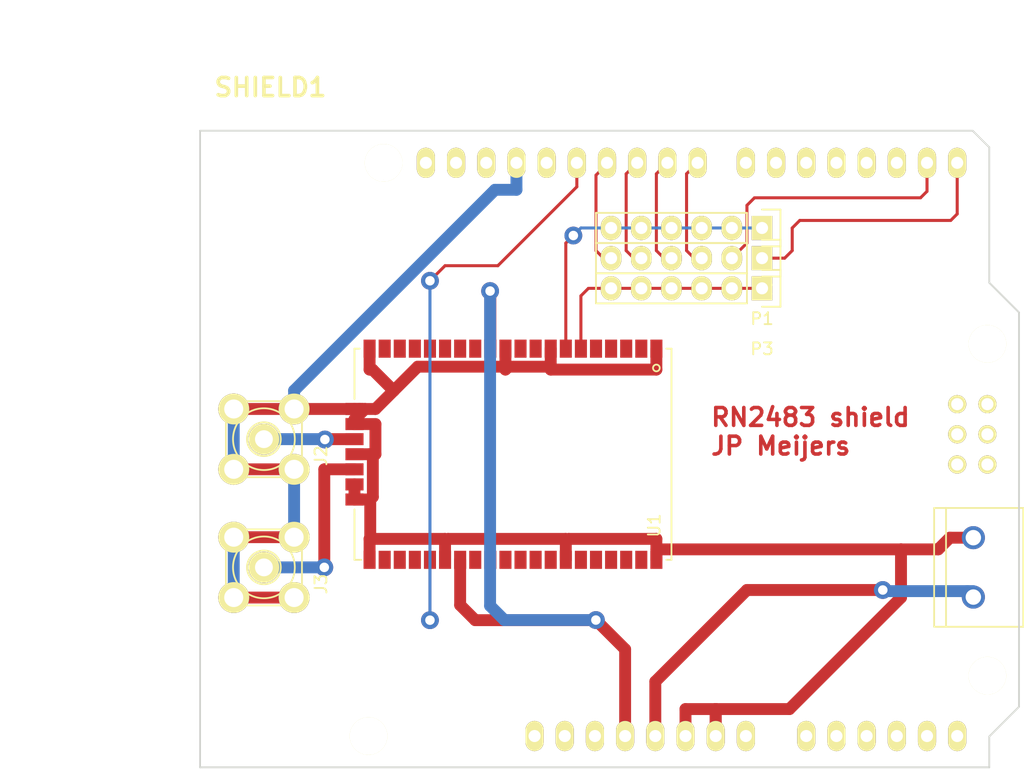
<source format=kicad_pcb>
(kicad_pcb (version 20171130) (host pcbnew "(5.1.12)-1")

  (general
    (thickness 1.6)
    (drawings 13)
    (tracks 180)
    (zones 0)
    (modules 8)
    (nets 15)
  )

  (page A4)
  (layers
    (0 F.Cu signal)
    (31 B.Cu signal)
    (32 B.Adhes user)
    (33 F.Adhes user hide)
    (34 B.Paste user)
    (35 F.Paste user)
    (36 B.SilkS user)
    (37 F.SilkS user)
    (38 B.Mask user)
    (39 F.Mask user)
    (40 Dwgs.User user)
    (41 Cmts.User user)
    (42 Eco1.User user)
    (43 Eco2.User user)
    (44 Edge.Cuts user)
    (45 Margin user)
    (46 B.CrtYd user)
    (47 F.CrtYd user)
    (48 B.Fab user)
    (49 F.Fab user)
  )

  (setup
    (last_trace_width 1)
    (trace_clearance 0.254)
    (zone_clearance 0.508)
    (zone_45_only yes)
    (trace_min 0.2)
    (via_size 1.5)
    (via_drill 0.8)
    (via_min_size 0.4)
    (via_min_drill 0.3)
    (uvia_size 1.2)
    (uvia_drill 0.8)
    (uvias_allowed no)
    (uvia_min_size 0.2)
    (uvia_min_drill 0.1)
    (edge_width 0.15)
    (segment_width 0.2)
    (pcb_text_width 0.3)
    (pcb_text_size 1.5 1.5)
    (mod_edge_width 0.15)
    (mod_text_size 1 1)
    (mod_text_width 0.15)
    (pad_size 1.524 1.524)
    (pad_drill 0.762)
    (pad_to_mask_clearance 0.2)
    (aux_axis_origin 0 0)
    (visible_elements 7FFFFFFF)
    (pcbplotparams
      (layerselection 0x01000_80000001)
      (usegerberextensions true)
      (usegerberattributes true)
      (usegerberadvancedattributes true)
      (creategerberjobfile true)
      (excludeedgelayer true)
      (linewidth 0.100000)
      (plotframeref true)
      (viasonmask true)
      (mode 1)
      (useauxorigin false)
      (hpglpennumber 1)
      (hpglpenspeed 20)
      (hpglpendiameter 15.000000)
      (psnegative false)
      (psa4output false)
      (plotreference true)
      (plotvalue true)
      (plotinvisibletext false)
      (padsonsilk false)
      (subtractmaskfromsilk true)
      (outputformat 1)
      (mirror false)
      (drillshape 0)
      (scaleselection 1)
      (outputdirectory "test gerbers/"))
  )

  (net 0 "")
  (net 1 GND)
  (net 2 BATTERY)
  (net 3 "Net-(J2-Pad1)")
  (net 4 3.3VOLT)
  (net 5 UART_ARDUINO_TO_RADIO)
  (net 6 UART_RADIO_TO_ARDUINO)
  (net 7 /AD_P8)
  (net 8 /AD_P9)
  (net 9 /AD_P10)
  (net 10 /AD_P11)
  (net 11 "Net-(J3-Pad1)")
  (net 12 RN_RESET)
  (net 13 /HW_RX)
  (net 14 /HW_TX)

  (net_class Default "This is the default net class."
    (clearance 0.254)
    (trace_width 1)
    (via_dia 1.5)
    (via_drill 0.8)
    (uvia_dia 1.2)
    (uvia_drill 0.8)
    (add_net /AD_P10)
    (add_net /AD_P11)
    (add_net /AD_P8)
    (add_net /AD_P9)
    (add_net /HW_RX)
    (add_net /HW_TX)
    (add_net 3.3VOLT)
    (add_net BATTERY)
    (add_net GND)
    (add_net "Net-(J2-Pad1)")
    (add_net "Net-(J3-Pad1)")
    (add_net RN_RESET)
    (add_net UART_ARDUINO_TO_RADIO)
    (add_net UART_RADIO_TO_ARDUINO)
  )

  (net_class Thin ""
    (clearance 0.254)
    (trace_width 0.254)
    (via_dia 1.5)
    (via_drill 0.8)
    (uvia_dia 1.2)
    (uvia_drill 0.8)
  )

  (module freetronics_footprints:ARDUINO_SHIELD (layer F.Cu) (tedit 0) (tstamp 5642010B)
    (at 148.501 105.004)
    (descr http://www.thingiverse.com/thing:9630)
    (path /5642002E)
    (fp_text reference SHIELD1 (at 5.715 -57.15) (layer F.SilkS)
      (effects (font (size 1.524 1.524) (thickness 0.3048)))
    )
    (fp_text value ARDUINO_SHIELD (at 10.16 -54.61) (layer F.SilkS) hide
      (effects (font (size 1.524 1.524) (thickness 0.3048)))
    )
    (fp_line (start 66.04 -2.54) (end 66.04 0) (layer Cmts.User) (width 0.381))
    (fp_line (start 68.58 -5.08) (end 66.04 -2.54) (layer Cmts.User) (width 0.381))
    (fp_line (start 68.58 -38.1) (end 68.58 -5.08) (layer Cmts.User) (width 0.381))
    (fp_line (start 66.04 -40.64) (end 68.58 -38.1) (layer Cmts.User) (width 0.381))
    (fp_line (start 0 0) (end 0 -53.34) (layer Cmts.User) (width 0.381))
    (fp_line (start 66.04 0) (end 0 0) (layer Cmts.User) (width 0.381))
    (fp_line (start 64.77 -53.34) (end 0 -53.34) (layer Cmts.User) (width 0.381))
    (fp_line (start 66.04 -52.07) (end 64.77 -53.34) (layer Cmts.User) (width 0.381))
    (fp_line (start 66.04 -40.64) (end 66.04 -52.07) (layer Cmts.User) (width 0.381))
    (pad AD5 thru_hole oval (at 63.5 -2.54 90) (size 2.54 1.524) (drill 1.016) (layers *.Cu *.Mask F.SilkS))
    (pad AD4 thru_hole oval (at 60.96 -2.54 90) (size 2.54 1.524) (drill 1.016) (layers *.Cu *.Mask F.SilkS))
    (pad AD3 thru_hole oval (at 58.42 -2.54 90) (size 2.54 1.524) (drill 1.016) (layers *.Cu *.Mask F.SilkS))
    (pad AD0 thru_hole oval (at 50.8 -2.54 90) (size 2.54 1.524) (drill 1.016) (layers *.Cu *.Mask F.SilkS))
    (pad AD1 thru_hole oval (at 53.34 -2.54 90) (size 2.54 1.524) (drill 1.016) (layers *.Cu *.Mask F.SilkS))
    (pad AD2 thru_hole oval (at 55.88 -2.54 90) (size 2.54 1.524) (drill 1.016) (layers *.Cu *.Mask F.SilkS))
    (pad V_IN thru_hole oval (at 45.72 -2.54 90) (size 2.54 1.524) (drill 1.016) (layers *.Cu *.Mask F.SilkS))
    (pad GND2 thru_hole oval (at 43.18 -2.54 90) (size 2.54 1.524) (drill 1.016) (layers *.Cu *.Mask F.SilkS)
      (net 1 GND))
    (pad GND1 thru_hole oval (at 40.64 -2.54 90) (size 2.54 1.524) (drill 1.016) (layers *.Cu *.Mask F.SilkS)
      (net 1 GND))
    (pad 3V3 thru_hole oval (at 35.56 -2.54 90) (size 2.54 1.524) (drill 1.016) (layers *.Cu *.Mask F.SilkS)
      (net 4 3.3VOLT))
    (pad RST thru_hole oval (at 33.02 -2.54 90) (size 2.54 1.524) (drill 1.016) (layers *.Cu *.Mask F.SilkS))
    (pad 0 thru_hole oval (at 63.5 -50.8 90) (size 2.54 1.524) (drill 1.016) (layers *.Cu *.Mask F.SilkS)
      (net 13 /HW_RX))
    (pad 1 thru_hole oval (at 60.96 -50.8 90) (size 2.54 1.524) (drill 1.016) (layers *.Cu *.Mask F.SilkS)
      (net 14 /HW_TX))
    (pad 2 thru_hole oval (at 58.42 -50.8 90) (size 2.54 1.524) (drill 1.016) (layers *.Cu *.Mask F.SilkS))
    (pad 3 thru_hole oval (at 55.88 -50.8 90) (size 2.54 1.524) (drill 1.016) (layers *.Cu *.Mask F.SilkS))
    (pad 4 thru_hole oval (at 53.34 -50.8 90) (size 2.54 1.524) (drill 1.016) (layers *.Cu *.Mask F.SilkS))
    (pad 5 thru_hole oval (at 50.8 -50.8 90) (size 2.54 1.524) (drill 1.016) (layers *.Cu *.Mask F.SilkS))
    (pad 6 thru_hole oval (at 48.26 -50.8 90) (size 2.54 1.524) (drill 1.016) (layers *.Cu *.Mask F.SilkS))
    (pad 7 thru_hole oval (at 45.72 -50.8 90) (size 2.54 1.524) (drill 1.016) (layers *.Cu *.Mask F.SilkS))
    (pad 8 thru_hole oval (at 41.656 -50.8 90) (size 2.54 1.524) (drill 1.016) (layers *.Cu *.Mask F.SilkS)
      (net 7 /AD_P8))
    (pad 9 thru_hole oval (at 39.116 -50.8 90) (size 2.54 1.524) (drill 1.016) (layers *.Cu *.Mask F.SilkS)
      (net 8 /AD_P9))
    (pad 10 thru_hole oval (at 36.576 -50.8 90) (size 2.54 1.524) (drill 1.016) (layers *.Cu *.Mask F.SilkS)
      (net 9 /AD_P10))
    (pad 11 thru_hole oval (at 34.036 -50.8 90) (size 2.54 1.524) (drill 1.016) (layers *.Cu *.Mask F.SilkS)
      (net 10 /AD_P11))
    (pad 12 thru_hole oval (at 31.496 -50.8 90) (size 2.54 1.524) (drill 1.016) (layers *.Cu *.Mask F.SilkS)
      (net 12 RN_RESET))
    (pad 13 thru_hole oval (at 28.956 -50.8 90) (size 2.54 1.524) (drill 1.016) (layers *.Cu *.Mask F.SilkS))
    (pad GND3 thru_hole oval (at 26.416 -50.8 90) (size 2.54 1.524) (drill 1.016) (layers *.Cu *.Mask F.SilkS)
      (net 1 GND))
    (pad AREF thru_hole oval (at 23.876 -50.8 90) (size 2.54 1.524) (drill 1.016) (layers *.Cu *.Mask F.SilkS))
    (pad 5V thru_hole oval (at 38.1 -2.54 90) (size 2.54 1.524) (drill 1.016) (layers *.Cu *.Mask F.SilkS)
      (net 2 BATTERY))
    (pad "" np_thru_hole circle (at 66.04 -7.62 90) (size 3.175 3.175) (drill 3.175) (layers *.Cu *.Mask F.SilkS))
    (pad "" np_thru_hole circle (at 66.04 -35.56 90) (size 3.175 3.175) (drill 3.175) (layers *.Cu *.Mask F.SilkS))
    (pad "" np_thru_hole circle (at 15.24 -50.8 90) (size 3.175 3.175) (drill 3.175) (layers *.Cu *.Mask F.SilkS))
    (pad "" np_thru_hole circle (at 13.97 -2.54 90) (size 3.175 3.175) (drill 3.175) (layers *.Cu *.Mask F.SilkS))
    (pad SDA thru_hole oval (at 21.336 -50.8 90) (size 2.54 1.524) (drill 1.016) (layers *.Cu *.Mask F.SilkS))
    (pad SCL thru_hole oval (at 18.796 -50.8 90) (size 2.54 1.524) (drill 1.016) (layers *.Cu *.Mask F.SilkS))
    (pad IO_R thru_hole oval (at 30.48 -2.54 90) (size 2.54 1.524) (drill 1.016) (layers *.Cu *.Mask F.SilkS))
    (pad NC thru_hole oval (at 27.94 -2.54 90) (size 2.54 1.524) (drill 1.016) (layers *.Cu *.Mask F.SilkS))
    (pad SP1 thru_hole circle (at 63.5 -30.48 90) (size 1.524 1.524) (drill 1.016) (layers *.Cu *.Mask F.SilkS))
    (pad SP2 thru_hole circle (at 66.04 -30.48 90) (size 1.524 1.524) (drill 1.016) (layers *.Cu *.Mask F.SilkS))
    (pad SP3 thru_hole circle (at 63.5 -27.94 90) (size 1.524 1.524) (drill 1.016) (layers *.Cu *.Mask F.SilkS))
    (pad SP4 thru_hole circle (at 66.04 -27.94 90) (size 1.524 1.524) (drill 1.016) (layers *.Cu *.Mask F.SilkS))
    (pad SP5 thru_hole circle (at 63.5 -25.4 90) (size 1.524 1.524) (drill 1.016) (layers *.Cu *.Mask F.SilkS))
    (pad SP6 thru_hole circle (at 66.04 -25.4 90) (size 1.524 1.524) (drill 1.016) (layers *.Cu *.Mask F.SilkS))
  )

  (module Socket_Strips:Socket_Strip_Straight_1x06 (layer F.Cu) (tedit 0) (tstamp 56BB0D41)
    (at 195.58 62.23 180)
    (descr "Through hole socket strip")
    (tags "socket strip")
    (path /56BB3A79)
    (fp_text reference P1 (at 0 -5.1 180) (layer F.SilkS)
      (effects (font (size 1 1) (thickness 0.15)))
    )
    (fp_text value CONN_01X06 (at 0 -3.1 180) (layer F.Fab)
      (effects (font (size 1 1) (thickness 0.15)))
    )
    (fp_line (start -1.55 -1.55) (end -1.55 1.55) (layer F.SilkS) (width 0.15))
    (fp_line (start 0 -1.55) (end -1.55 -1.55) (layer F.SilkS) (width 0.15))
    (fp_line (start 1.27 1.27) (end 1.27 -1.27) (layer F.SilkS) (width 0.15))
    (fp_line (start -1.55 1.55) (end 0 1.55) (layer F.SilkS) (width 0.15))
    (fp_line (start 13.97 -1.27) (end 1.27 -1.27) (layer F.SilkS) (width 0.15))
    (fp_line (start 13.97 1.27) (end 13.97 -1.27) (layer F.SilkS) (width 0.15))
    (fp_line (start 1.27 1.27) (end 13.97 1.27) (layer F.SilkS) (width 0.15))
    (fp_line (start -1.75 1.75) (end 14.45 1.75) (layer F.CrtYd) (width 0.05))
    (fp_line (start -1.75 -1.75) (end 14.45 -1.75) (layer F.CrtYd) (width 0.05))
    (fp_line (start 14.45 -1.75) (end 14.45 1.75) (layer F.CrtYd) (width 0.05))
    (fp_line (start -1.75 -1.75) (end -1.75 1.75) (layer F.CrtYd) (width 0.05))
    (pad 1 thru_hole rect (at 0 0 180) (size 1.7272 2.032) (drill 1.016) (layers *.Cu *.Mask F.SilkS)
      (net 13 /HW_RX))
    (pad 2 thru_hole oval (at 2.54 0 180) (size 1.7272 2.032) (drill 1.016) (layers *.Cu *.Mask F.SilkS)
      (net 14 /HW_TX))
    (pad 3 thru_hole oval (at 5.08 0 180) (size 1.7272 2.032) (drill 1.016) (layers *.Cu *.Mask F.SilkS)
      (net 7 /AD_P8))
    (pad 4 thru_hole oval (at 7.62 0 180) (size 1.7272 2.032) (drill 1.016) (layers *.Cu *.Mask F.SilkS)
      (net 8 /AD_P9))
    (pad 5 thru_hole oval (at 10.16 0 180) (size 1.7272 2.032) (drill 1.016) (layers *.Cu *.Mask F.SilkS)
      (net 9 /AD_P10))
    (pad 6 thru_hole oval (at 12.7 0 180) (size 1.7272 2.032) (drill 1.016) (layers *.Cu *.Mask F.SilkS)
      (net 10 /AD_P11))
    (model Socket_Strips.3dshapes/Socket_Strip_Straight_1x06.wrl
      (offset (xyz 6.349999904632568 0 0))
      (scale (xyz 1 1 1))
      (rotate (xyz 0 0 180))
    )
  )

  (module Socket_Strips:Socket_Strip_Straight_1x06 (layer F.Cu) (tedit 0) (tstamp 56BB0D4B)
    (at 195.58 59.69 180)
    (descr "Through hole socket strip")
    (tags "socket strip")
    (path /56BB3ABD)
    (fp_text reference P2 (at 0 -5.1 180) (layer F.SilkS)
      (effects (font (size 1 1) (thickness 0.15)))
    )
    (fp_text value CONN_01X06 (at 0 -3.1 180) (layer F.Fab)
      (effects (font (size 1 1) (thickness 0.15)))
    )
    (fp_line (start -1.55 -1.55) (end -1.55 1.55) (layer F.SilkS) (width 0.15))
    (fp_line (start 0 -1.55) (end -1.55 -1.55) (layer F.SilkS) (width 0.15))
    (fp_line (start 1.27 1.27) (end 1.27 -1.27) (layer F.SilkS) (width 0.15))
    (fp_line (start -1.55 1.55) (end 0 1.55) (layer F.SilkS) (width 0.15))
    (fp_line (start 13.97 -1.27) (end 1.27 -1.27) (layer F.SilkS) (width 0.15))
    (fp_line (start 13.97 1.27) (end 13.97 -1.27) (layer F.SilkS) (width 0.15))
    (fp_line (start 1.27 1.27) (end 13.97 1.27) (layer F.SilkS) (width 0.15))
    (fp_line (start -1.75 1.75) (end 14.45 1.75) (layer F.CrtYd) (width 0.05))
    (fp_line (start -1.75 -1.75) (end 14.45 -1.75) (layer F.CrtYd) (width 0.05))
    (fp_line (start 14.45 -1.75) (end 14.45 1.75) (layer F.CrtYd) (width 0.05))
    (fp_line (start -1.75 -1.75) (end -1.75 1.75) (layer F.CrtYd) (width 0.05))
    (pad 1 thru_hole rect (at 0 0 180) (size 1.7272 2.032) (drill 1.016) (layers *.Cu *.Mask F.SilkS)
      (net 5 UART_ARDUINO_TO_RADIO))
    (pad 2 thru_hole oval (at 2.54 0 180) (size 1.7272 2.032) (drill 1.016) (layers *.Cu *.Mask F.SilkS)
      (net 5 UART_ARDUINO_TO_RADIO))
    (pad 3 thru_hole oval (at 5.08 0 180) (size 1.7272 2.032) (drill 1.016) (layers *.Cu *.Mask F.SilkS)
      (net 5 UART_ARDUINO_TO_RADIO))
    (pad 4 thru_hole oval (at 7.62 0 180) (size 1.7272 2.032) (drill 1.016) (layers *.Cu *.Mask F.SilkS)
      (net 5 UART_ARDUINO_TO_RADIO))
    (pad 5 thru_hole oval (at 10.16 0 180) (size 1.7272 2.032) (drill 1.016) (layers *.Cu *.Mask F.SilkS)
      (net 5 UART_ARDUINO_TO_RADIO))
    (pad 6 thru_hole oval (at 12.7 0 180) (size 1.7272 2.032) (drill 1.016) (layers *.Cu *.Mask F.SilkS)
      (net 5 UART_ARDUINO_TO_RADIO))
    (model Socket_Strips.3dshapes/Socket_Strip_Straight_1x06.wrl
      (offset (xyz 6.349999904632568 0 0))
      (scale (xyz 1 1 1))
      (rotate (xyz 0 0 180))
    )
  )

  (module Socket_Strips:Socket_Strip_Straight_1x06 (layer F.Cu) (tedit 0) (tstamp 56BB0D55)
    (at 195.58 64.77 180)
    (descr "Through hole socket strip")
    (tags "socket strip")
    (path /56BB3AFB)
    (fp_text reference P3 (at 0 -5.1 180) (layer F.SilkS)
      (effects (font (size 1 1) (thickness 0.15)))
    )
    (fp_text value CONN_01X06 (at 0 -3.1 180) (layer F.Fab)
      (effects (font (size 1 1) (thickness 0.15)))
    )
    (fp_line (start -1.55 -1.55) (end -1.55 1.55) (layer F.SilkS) (width 0.15))
    (fp_line (start 0 -1.55) (end -1.55 -1.55) (layer F.SilkS) (width 0.15))
    (fp_line (start 1.27 1.27) (end 1.27 -1.27) (layer F.SilkS) (width 0.15))
    (fp_line (start -1.55 1.55) (end 0 1.55) (layer F.SilkS) (width 0.15))
    (fp_line (start 13.97 -1.27) (end 1.27 -1.27) (layer F.SilkS) (width 0.15))
    (fp_line (start 13.97 1.27) (end 13.97 -1.27) (layer F.SilkS) (width 0.15))
    (fp_line (start 1.27 1.27) (end 13.97 1.27) (layer F.SilkS) (width 0.15))
    (fp_line (start -1.75 1.75) (end 14.45 1.75) (layer F.CrtYd) (width 0.05))
    (fp_line (start -1.75 -1.75) (end 14.45 -1.75) (layer F.CrtYd) (width 0.05))
    (fp_line (start 14.45 -1.75) (end 14.45 1.75) (layer F.CrtYd) (width 0.05))
    (fp_line (start -1.75 -1.75) (end -1.75 1.75) (layer F.CrtYd) (width 0.05))
    (pad 1 thru_hole rect (at 0 0 180) (size 1.7272 2.032) (drill 1.016) (layers *.Cu *.Mask F.SilkS)
      (net 6 UART_RADIO_TO_ARDUINO))
    (pad 2 thru_hole oval (at 2.54 0 180) (size 1.7272 2.032) (drill 1.016) (layers *.Cu *.Mask F.SilkS)
      (net 6 UART_RADIO_TO_ARDUINO))
    (pad 3 thru_hole oval (at 5.08 0 180) (size 1.7272 2.032) (drill 1.016) (layers *.Cu *.Mask F.SilkS)
      (net 6 UART_RADIO_TO_ARDUINO))
    (pad 4 thru_hole oval (at 7.62 0 180) (size 1.7272 2.032) (drill 1.016) (layers *.Cu *.Mask F.SilkS)
      (net 6 UART_RADIO_TO_ARDUINO))
    (pad 5 thru_hole oval (at 10.16 0 180) (size 1.7272 2.032) (drill 1.016) (layers *.Cu *.Mask F.SilkS)
      (net 6 UART_RADIO_TO_ARDUINO))
    (pad 6 thru_hole oval (at 12.7 0 180) (size 1.7272 2.032) (drill 1.016) (layers *.Cu *.Mask F.SilkS)
      (net 6 UART_RADIO_TO_ARDUINO))
    (model Socket_Strips.3dshapes/Socket_Strip_Straight_1x06.wrl
      (offset (xyz 6.349999904632568 0 0))
      (scale (xyz 1 1 1))
      (rotate (xyz 0 0 180))
    )
  )

  (module freetronics_footprints:SCREWTERMINAL-5MM-2 (layer F.Cu) (tedit 54779580) (tstamp 56BB4246)
    (at 213.36 88.265 270)
    (path /56423C4B)
    (fp_text reference J1 (at 0 -2.4 270) (layer Eco1.User)
      (effects (font (size 0.4064 0.4064) (thickness 0.03048)))
    )
    (fp_text value SCREW_TERMINAL (at 0 -1.8 270) (layer Eco1.User) hide
      (effects (font (size 0.4064 0.4064) (thickness 0.03048)))
    )
    (fp_line (start 4.5 -4) (end 4.9 -4) (layer Cmts.User) (width 0.2032))
    (fp_line (start 4.5 -4) (end 4.5 -3) (layer Cmts.User) (width 0.2032))
    (fp_line (start 4.9 -3) (end 4.5 -3) (layer Cmts.User) (width 0.2032))
    (fp_line (start -5 2.2987) (end -5 -4.19862) (layer F.SilkS) (width 0.15))
    (fp_line (start 5 -4.19862) (end 5 2.2987) (layer F.SilkS) (width 0.15))
    (fp_line (start -5 -4.2) (end 5 -4.2) (layer F.SilkS) (width 0.15))
    (fp_line (start -5 2.3) (end 5 2.3) (layer F.SilkS) (width 0.15))
    (fp_line (start 5 3.3) (end 5 2.3) (layer F.SilkS) (width 0.15))
    (fp_line (start -5 3.3) (end 5 3.3) (layer F.SilkS) (width 0.15))
    (fp_line (start -5 2.3) (end -5 3.3) (layer F.SilkS) (width 0.15))
    (fp_line (start -4.6 0.8) (end -4.6 3.5) (layer Cmts.User) (width 0.15))
    (fp_line (start -0.4 0.8) (end -0.4 3.5) (layer Cmts.User) (width 0.15))
    (fp_line (start 0.4 0.8) (end 0.4 3.5) (layer Cmts.User) (width 0.15))
    (fp_line (start 4.6 0.8) (end 4.6 3.5) (layer Cmts.User) (width 0.15))
    (fp_line (start -5 -3.8) (end -5.3 -3.8) (layer Cmts.User) (width 0.15))
    (fp_line (start -5.3 -3.2) (end -5 -3.2) (layer Cmts.User) (width 0.15))
    (fp_line (start -5.3 -3.8) (end -5.3 -3.2) (layer Cmts.User) (width 0.15))
    (pad 1 thru_hole oval (at -2.5 0 270) (size 1.94564 1.94564) (drill 1.29794) (layers *.Cu *.Mask)
      (net 1 GND))
    (pad 2 thru_hole oval (at 2.5 0 270) (size 1.94564 1.94564) (drill 1.29794) (layers *.Cu *.Mask)
      (net 2 BATTERY))
  )

  (module MyFootprints:SMA_BOARD_UPRIGHT (layer F.Cu) (tedit 5643618C) (tstamp 56BB4427)
    (at 153.67 77.47 90)
    (path /56430378)
    (fp_text reference J2 (at -1.4 4.8 90) (layer F.SilkS)
      (effects (font (size 1 1) (thickness 0.15)))
    )
    (fp_text value SMA (at 4.3 -4.8 90) (layer F.Fab) hide
      (effects (font (size 1 1) (thickness 0.15)))
    )
    (fp_line (start -3.2 -3.2) (end 3.2 -3.2) (layer F.SilkS) (width 0.15))
    (fp_line (start 3.2 -3.2) (end 3.2 3.2) (layer F.SilkS) (width 0.15))
    (fp_line (start 3.2 3.2) (end -3.2 3.2) (layer F.SilkS) (width 0.15))
    (fp_line (start -3.2 -3.2) (end -3.2 3.2) (layer F.SilkS) (width 0.15))
    (fp_line (start 3.2 -2.2) (end 2.2 -2.2) (layer F.SilkS) (width 0.15))
    (fp_line (start 2.2 -2.2) (end 2.2 -3.2) (layer F.SilkS) (width 0.15))
    (fp_line (start -3.2 -2.2) (end -2.2 -2.2) (layer F.SilkS) (width 0.15))
    (fp_line (start -2.2 -2.2) (end -2.2 -3.2) (layer F.SilkS) (width 0.15))
    (fp_line (start -3.2 2.2) (end -2.2 2.2) (layer F.SilkS) (width 0.15))
    (fp_line (start -2.2 2.2) (end -2.2 3.2) (layer F.SilkS) (width 0.15))
    (fp_line (start 3.2 2.2) (end 2.2 2.2) (layer F.SilkS) (width 0.15))
    (fp_line (start 2.2 2.2) (end 2.2 3.2) (layer F.SilkS) (width 0.15))
    (fp_circle (center 0 0) (end 1 2.4) (layer F.SilkS) (width 0.15))
    (fp_circle (center 0 0) (end 0.9 1.1) (layer F.SilkS) (width 0.15))
    (pad 3 thru_hole circle (at 2.54 2.54 90) (size 2.6 2.6) (drill 1.6) (layers *.Cu *.Mask F.SilkS)
      (net 1 GND))
    (pad 4 thru_hole circle (at 2.54 -2.54 90) (size 2.6 2.6) (drill 1.6) (layers *.Cu *.Mask F.SilkS)
      (net 1 GND))
    (pad 5 thru_hole circle (at -2.54 -2.54 90) (size 2.6 2.6) (drill 1.6) (layers *.Cu *.Mask F.SilkS)
      (net 1 GND))
    (pad 2 thru_hole circle (at -2.54 2.54 90) (size 2.6 2.6) (drill 1.6) (layers *.Cu *.Mask F.SilkS)
      (net 1 GND))
    (pad 1 thru_hole circle (at 0 0 90) (size 2.6 2.6) (drill 1.5) (layers *.Cu *.Mask F.SilkS)
      (net 3 "Net-(J2-Pad1)"))
  )

  (module MyFootprints:SMA_BOARD_UPRIGHT (layer F.Cu) (tedit 5643618C) (tstamp 56BB442F)
    (at 153.67 88.265 90)
    (path /569F8A06)
    (fp_text reference J3 (at -1.4 4.8 90) (layer F.SilkS)
      (effects (font (size 1 1) (thickness 0.15)))
    )
    (fp_text value SMA (at 4.3 -4.8 90) (layer F.Fab) hide
      (effects (font (size 1 1) (thickness 0.15)))
    )
    (fp_line (start -3.2 -3.2) (end 3.2 -3.2) (layer F.SilkS) (width 0.15))
    (fp_line (start 3.2 -3.2) (end 3.2 3.2) (layer F.SilkS) (width 0.15))
    (fp_line (start 3.2 3.2) (end -3.2 3.2) (layer F.SilkS) (width 0.15))
    (fp_line (start -3.2 -3.2) (end -3.2 3.2) (layer F.SilkS) (width 0.15))
    (fp_line (start 3.2 -2.2) (end 2.2 -2.2) (layer F.SilkS) (width 0.15))
    (fp_line (start 2.2 -2.2) (end 2.2 -3.2) (layer F.SilkS) (width 0.15))
    (fp_line (start -3.2 -2.2) (end -2.2 -2.2) (layer F.SilkS) (width 0.15))
    (fp_line (start -2.2 -2.2) (end -2.2 -3.2) (layer F.SilkS) (width 0.15))
    (fp_line (start -3.2 2.2) (end -2.2 2.2) (layer F.SilkS) (width 0.15))
    (fp_line (start -2.2 2.2) (end -2.2 3.2) (layer F.SilkS) (width 0.15))
    (fp_line (start 3.2 2.2) (end 2.2 2.2) (layer F.SilkS) (width 0.15))
    (fp_line (start 2.2 2.2) (end 2.2 3.2) (layer F.SilkS) (width 0.15))
    (fp_circle (center 0 0) (end 1 2.4) (layer F.SilkS) (width 0.15))
    (fp_circle (center 0 0) (end 0.9 1.1) (layer F.SilkS) (width 0.15))
    (pad 3 thru_hole circle (at 2.54 2.54 90) (size 2.6 2.6) (drill 1.6) (layers *.Cu *.Mask F.SilkS)
      (net 1 GND))
    (pad 4 thru_hole circle (at 2.54 -2.54 90) (size 2.6 2.6) (drill 1.6) (layers *.Cu *.Mask F.SilkS)
      (net 1 GND))
    (pad 5 thru_hole circle (at -2.54 -2.54 90) (size 2.6 2.6) (drill 1.6) (layers *.Cu *.Mask F.SilkS)
      (net 1 GND))
    (pad 2 thru_hole circle (at -2.54 2.54 90) (size 2.6 2.6) (drill 1.6) (layers *.Cu *.Mask F.SilkS)
      (net 1 GND))
    (pad 1 thru_hole circle (at 0 0 90) (size 2.6 2.6) (drill 1.5) (layers *.Cu *.Mask F.SilkS)
      (net 11 "Net-(J3-Pad1)"))
  )

  (module MyFootprints:RN2483 (layer F.Cu) (tedit 5643193A) (tstamp 56BB4437)
    (at 187.96 87.63 90)
    (path /56BB3343)
    (fp_text reference U1 (at 2.8956 -1.4478 90) (layer F.SilkS)
      (effects (font (size 1 1) (thickness 0.15)))
    )
    (fp_text value RN2483 (at 4.7752 -24.2062 90) (layer F.Fab) hide
      (effects (font (size 1 1) (thickness 0.15)))
    )
    (fp_line (start 0 0) (end 17.78 0) (layer F.SilkS) (width 0.15))
    (fp_line (start 0 -26.67) (end 3.81 -26.67) (layer F.SilkS) (width 0.15))
    (fp_line (start 13.97 -26.67) (end 17.78 -26.67) (layer F.SilkS) (width 0.15))
    (fp_line (start 3.81 -26.67) (end 4.2418 -26.67) (layer F.SilkS) (width 0.15))
    (fp_line (start 0 -26.67) (end 0 -26.1112) (layer F.SilkS) (width 0.15))
    (fp_line (start 13.97 -26.67) (end 13.5382 -26.67) (layer F.SilkS) (width 0.15))
    (fp_line (start 17.78 -26.67) (end 17.78 -26.2382) (layer F.SilkS) (width 0.15))
    (fp_line (start 17.78 0) (end 17.78 -0.4318) (layer F.SilkS) (width 0.15))
    (fp_line (start 0 0) (end 0 -0.4318) (layer F.SilkS) (width 0.15))
    (fp_circle (center 16.1544 -1.27) (end 16.2814 -1.016) (layer F.SilkS) (width 0.15))
    (pad 47 smd rect (at 0 -1.27 90) (size 1.524 1.016) (layers F.Cu F.Paste F.Mask)
      (net 1 GND))
    (pad 46 smd rect (at 0 -2.54 90) (size 1.524 1.016) (layers F.Cu F.Paste F.Mask))
    (pad 45 smd rect (at 0 -3.81 90) (size 1.524 1.016) (layers F.Cu F.Paste F.Mask))
    (pad 44 smd rect (at 0 -5.08 90) (size 1.524 1.016) (layers F.Cu F.Paste F.Mask))
    (pad 43 smd rect (at 0 -6.35 90) (size 1.524 1.016) (layers F.Cu F.Paste F.Mask))
    (pad 42 smd rect (at 0 -7.62 90) (size 1.524 1.016) (layers F.Cu F.Paste F.Mask))
    (pad 41 smd rect (at 0 -8.89 90) (size 1.524 1.016) (layers F.Cu F.Paste F.Mask)
      (net 1 GND))
    (pad 40 smd rect (at 0 -10.16 90) (size 1.524 1.016) (layers F.Cu F.Paste F.Mask))
    (pad 39 smd rect (at 0 -11.43 90) (size 1.524 1.016) (layers F.Cu F.Paste F.Mask))
    (pad 38 smd rect (at 0 -12.7 90) (size 1.524 1.016) (layers F.Cu F.Paste F.Mask))
    (pad 37 smd rect (at 0 -13.97 90) (size 1.524 1.016) (layers F.Cu F.Paste F.Mask))
    (pad 36 smd rect (at 0 -15.24 90) (size 1.524 1.016) (layers F.Cu F.Paste F.Mask))
    (pad 35 smd rect (at 0 -16.51 90) (size 1.524 1.016) (layers F.Cu F.Paste F.Mask))
    (pad 34 smd rect (at 0 -17.78 90) (size 1.524 1.016) (layers F.Cu F.Paste F.Mask)
      (net 4 3.3VOLT))
    (pad 33 smd rect (at 0 -19.05 90) (size 1.524 1.016) (layers F.Cu F.Paste F.Mask)
      (net 1 GND))
    (pad 32 smd rect (at 0 -20.32 90) (size 1.524 1.016) (layers F.Cu F.Paste F.Mask)
      (net 12 RN_RESET))
    (pad 31 smd rect (at 0 -21.59 90) (size 1.524 1.016) (layers F.Cu F.Paste F.Mask))
    (pad 30 smd rect (at 0 -22.86 90) (size 1.524 1.016) (layers F.Cu F.Paste F.Mask))
    (pad 29 smd rect (at 0 -24.13 90) (size 1.524 1.016) (layers F.Cu F.Paste F.Mask))
    (pad 28 smd rect (at 0 -25.4 90) (size 1.524 1.016) (layers F.Cu F.Paste F.Mask)
      (net 1 GND))
    (pad 20 smd rect (at 17.78 -25.4 90) (size 1.524 1.016) (layers F.Cu F.Paste F.Mask)
      (net 1 GND))
    (pad 27 smd rect (at 5.08 -26.67 90) (size 1.016 1.524) (layers F.Cu F.Paste F.Mask)
      (net 1 GND))
    (pad 26 smd rect (at 6.35 -26.67 90) (size 1.016 1.524) (layers F.Cu F.Paste F.Mask)
      (net 1 GND))
    (pad 25 smd rect (at 7.62 -26.67 90) (size 1.016 1.524) (layers F.Cu F.Paste F.Mask)
      (net 11 "Net-(J3-Pad1)"))
    (pad 24 smd rect (at 8.89 -26.67 90) (size 1.016 1.524) (layers F.Cu F.Paste F.Mask)
      (net 1 GND))
    (pad 23 smd rect (at 10.16 -26.67 90) (size 1.016 1.524) (layers F.Cu F.Paste F.Mask)
      (net 3 "Net-(J2-Pad1)"))
    (pad 22 smd rect (at 11.43 -26.67 90) (size 1.016 1.524) (layers F.Cu F.Paste F.Mask)
      (net 1 GND))
    (pad 21 smd rect (at 12.7 -26.67 90) (size 1.016 1.524) (layers F.Cu F.Paste F.Mask)
      (net 1 GND))
    (pad 19 smd rect (at 17.78 -24.13 90) (size 1.524 1.016) (layers F.Cu F.Paste F.Mask))
    (pad 18 smd rect (at 17.78 -22.86 90) (size 1.524 1.016) (layers F.Cu F.Paste F.Mask))
    (pad 17 smd rect (at 17.78 -21.59 90) (size 1.524 1.016) (layers F.Cu F.Paste F.Mask))
    (pad 16 smd rect (at 17.78 -20.32 90) (size 1.524 1.016) (layers F.Cu F.Paste F.Mask))
    (pad 15 smd rect (at 17.78 -19.05 90) (size 1.524 1.016) (layers F.Cu F.Paste F.Mask))
    (pad 14 smd rect (at 17.78 -17.78 90) (size 1.524 1.016) (layers F.Cu F.Paste F.Mask))
    (pad 13 smd rect (at 17.78 -16.51 90) (size 1.524 1.016) (layers F.Cu F.Paste F.Mask))
    (pad 12 smd rect (at 17.78 -15.24 90) (size 1.524 1.016) (layers F.Cu F.Paste F.Mask)
      (net 4 3.3VOLT))
    (pad 11 smd rect (at 17.78 -13.97 90) (size 1.524 1.016) (layers F.Cu F.Paste F.Mask)
      (net 1 GND))
    (pad 10 smd rect (at 17.78 -12.7 90) (size 1.524 1.016) (layers F.Cu F.Paste F.Mask))
    (pad 9 smd rect (at 17.78 -11.43 90) (size 1.524 1.016) (layers F.Cu F.Paste F.Mask))
    (pad 8 smd rect (at 17.78 -10.16 90) (size 1.524 1.016) (layers F.Cu F.Paste F.Mask)
      (net 1 GND))
    (pad 7 smd rect (at 17.78 -8.89 90) (size 1.524 1.016) (layers F.Cu F.Paste F.Mask)
      (net 5 UART_ARDUINO_TO_RADIO))
    (pad 6 smd rect (at 17.78 -7.62 90) (size 1.524 1.016) (layers F.Cu F.Paste F.Mask)
      (net 6 UART_RADIO_TO_ARDUINO))
    (pad 5 smd rect (at 17.78 -6.35 90) (size 1.524 1.016) (layers F.Cu F.Paste F.Mask))
    (pad 4 smd rect (at 17.78 -5.08 90) (size 1.524 1.016) (layers F.Cu F.Paste F.Mask))
    (pad 3 smd rect (at 17.78 -3.81 90) (size 1.524 1.016) (layers F.Cu F.Paste F.Mask))
    (pad 2 smd rect (at 17.78 -2.54 90) (size 1.524 1.016) (layers F.Cu F.Paste F.Mask))
    (pad 1 smd rect (at 17.78 -1.27 90) (size 1.524 1.016) (layers F.Cu F.Paste F.Mask)
      (net 1 GND))
  )

  (gr_text "RN2483 shield\nJP Meijers" (at 191.135 76.835) (layer F.Cu)
    (effects (font (size 1.5 1.5) (thickness 0.3)) (justify left))
  )
  (dimension 53.6 (width 0.3) (layer Margin)
    (gr_text "53,600 mm" (at 137.750001 78.3 270) (layer Margin)
      (effects (font (size 1.5 1.5) (thickness 0.3)))
    )
    (feature1 (pts (xy 148.3 105.1) (xy 136.400001 105.1)))
    (feature2 (pts (xy 148.3 51.5) (xy 136.400001 51.5)))
    (crossbar (pts (xy 139.100001 51.5) (xy 139.100001 105.1)))
    (arrow1a (pts (xy 139.100001 105.1) (xy 138.51358 103.973496)))
    (arrow1b (pts (xy 139.100001 105.1) (xy 139.686422 103.973496)))
    (arrow2a (pts (xy 139.100001 51.5) (xy 138.51358 52.626504)))
    (arrow2b (pts (xy 139.100001 51.5) (xy 139.686422 52.626504)))
  )
  (dimension 68.9 (width 0.3) (layer Margin)
    (gr_text "68,900 mm" (at 182.75 42.35) (layer Margin)
      (effects (font (size 1.5 1.5) (thickness 0.3)))
    )
    (feature1 (pts (xy 148.3 67.3) (xy 148.3 41)))
    (feature2 (pts (xy 217.2 67.3) (xy 217.2 41)))
    (crossbar (pts (xy 217.2 43.7) (xy 148.3 43.7)))
    (arrow1a (pts (xy 148.3 43.7) (xy 149.426504 43.113579)))
    (arrow1b (pts (xy 148.3 43.7) (xy 149.426504 44.286421)))
    (arrow2a (pts (xy 217.2 43.7) (xy 216.073496 43.113579)))
    (arrow2b (pts (xy 217.2 43.7) (xy 216.073496 44.286421)))
  )
  (gr_line (start 213.3 51.5) (end 148.3 51.5) (angle 90) (layer Edge.Cuts) (width 0.15))
  (gr_line (start 213.4 51.6) (end 213.3 51.5) (angle 90) (layer Edge.Cuts) (width 0.15))
  (gr_line (start 214.7 52.9) (end 213.4 51.6) (angle 90) (layer Edge.Cuts) (width 0.15))
  (gr_line (start 214.7 64.3) (end 214.7 52.9) (angle 90) (layer Edge.Cuts) (width 0.15))
  (gr_line (start 217.2 66.8) (end 214.7 64.3) (angle 90) (layer Edge.Cuts) (width 0.15))
  (gr_line (start 217.2 100) (end 217.2 66.8) (angle 90) (layer Edge.Cuts) (width 0.15))
  (gr_line (start 214.7 102.5) (end 217.2 100) (angle 90) (layer Edge.Cuts) (width 0.15))
  (gr_line (start 214.7 105.1) (end 214.7 102.5) (angle 90) (layer Edge.Cuts) (width 0.15))
  (gr_line (start 148.3 105.1) (end 214.7 105.1) (angle 90) (layer Edge.Cuts) (width 0.15))
  (gr_line (start 148.3 51.5) (end 148.3 105.1) (angle 90) (layer Edge.Cuts) (width 0.15))

  (segment (start 191.681 102.464) (end 191.681 100.194) (width 1) (layer F.Cu) (net 1))
  (segment (start 189.141 102.464) (end 189.141 100.194) (width 1) (layer F.Cu) (net 1))
  (segment (start 189.141 100.194) (end 191.681 100.194) (width 1) (layer F.Cu) (net 1))
  (segment (start 207.2727 86.749) (end 210.4032 86.749) (width 1) (layer F.Cu) (net 1))
  (segment (start 210.4032 86.749) (end 211.3872 85.765) (width 1) (layer F.Cu) (net 1))
  (segment (start 186.69 86.749) (end 207.2727 86.749) (width 1) (layer F.Cu) (net 1))
  (segment (start 207.2727 86.749) (end 207.2727 90.8048) (width 1) (layer F.Cu) (net 1))
  (segment (start 207.2727 90.8048) (end 197.8835 100.194) (width 1) (layer F.Cu) (net 1))
  (segment (start 197.8835 100.194) (end 191.681 100.194) (width 1) (layer F.Cu) (net 1))
  (segment (start 191.681 102.464) (end 191.681 100.194) (width 1) (layer F.Cu) (net 1))
  (segment (start 174.917 54.204) (end 174.917 56.474) (width 1) (layer B.Cu) (net 1))
  (segment (start 156.21 74.93) (end 156.21 73.3807) (width 1) (layer B.Cu) (net 1))
  (segment (start 156.21 73.3807) (end 173.1167 56.474) (width 1) (layer B.Cu) (net 1))
  (segment (start 173.1167 56.474) (end 174.917 56.474) (width 1) (layer B.Cu) (net 1))
  (segment (start 213.36 85.765) (end 211.3872 85.765) (width 1) (layer F.Cu) (net 1))
  (segment (start 186.69 86.749) (end 186.69 85.868) (width 1) (layer F.Cu) (net 1))
  (segment (start 186.69 87.63) (end 186.69 86.749) (width 1) (layer F.Cu) (net 1))
  (segment (start 151.13 74.93) (end 156.21 74.93) (width 1) (layer F.Cu) (net 1))
  (segment (start 151.13 80.01) (end 151.13 74.93) (width 1) (layer B.Cu) (net 1))
  (segment (start 156.21 80.01) (end 151.13 80.01) (width 1) (layer F.Cu) (net 1))
  (segment (start 156.21 85.725) (end 156.21 80.01) (width 1) (layer B.Cu) (net 1))
  (segment (start 151.13 85.725) (end 156.21 85.725) (width 1) (layer F.Cu) (net 1))
  (segment (start 151.13 90.805) (end 151.13 85.725) (width 1) (layer B.Cu) (net 1))
  (segment (start 156.21 90.805) (end 151.13 90.805) (width 1) (layer F.Cu) (net 1))
  (segment (start 179.07 86.106) (end 179.07 85.868) (width 1) (layer F.Cu) (net 1))
  (segment (start 179.07 87.63) (end 179.07 86.106) (width 1) (layer F.Cu) (net 1))
  (segment (start 186.69 85.868) (end 179.308 85.868) (width 1) (layer F.Cu) (net 1))
  (segment (start 179.308 85.868) (end 179.07 86.106) (width 1) (layer F.Cu) (net 1))
  (segment (start 168.91 86.1138) (end 168.91 85.868) (width 1) (layer F.Cu) (net 1))
  (segment (start 168.91 87.63) (end 168.91 86.1138) (width 1) (layer F.Cu) (net 1))
  (segment (start 179.07 85.868) (end 169.1558 85.868) (width 1) (layer F.Cu) (net 1))
  (segment (start 169.1558 85.868) (end 168.91 86.1138) (width 1) (layer F.Cu) (net 1))
  (segment (start 162.56 87.63) (end 162.56 85.868) (width 1) (layer F.Cu) (net 1))
  (segment (start 162.6155 85.868) (end 162.56 85.868) (width 1) (layer F.Cu) (net 1))
  (segment (start 162.6155 82.55) (end 162.6155 85.868) (width 1) (layer F.Cu) (net 1))
  (segment (start 168.91 85.868) (end 162.6155 85.868) (width 1) (layer F.Cu) (net 1))
  (segment (start 162.6155 82.55) (end 162.8337 82.3318) (width 1) (layer F.Cu) (net 1))
  (segment (start 162.8337 82.3318) (end 162.8337 78.9981) (width 1) (layer F.Cu) (net 1))
  (segment (start 162.8337 78.9981) (end 162.5756 78.74) (width 1) (layer F.Cu) (net 1))
  (segment (start 162.5756 78.74) (end 163.052 78.74) (width 1) (layer F.Cu) (net 1))
  (segment (start 161.29 78.74) (end 162.5756 78.74) (width 1) (layer F.Cu) (net 1))
  (segment (start 161.29 82.55) (end 162.6155 82.55) (width 1) (layer F.Cu) (net 1))
  (segment (start 162.56 69.85) (end 162.56 71.612) (width 1) (layer F.Cu) (net 1))
  (segment (start 164.5879 73.3941) (end 163.052 74.93) (width 1) (layer F.Cu) (net 1))
  (segment (start 173.99 71.3662) (end 166.6158 71.3662) (width 1) (layer F.Cu) (net 1))
  (segment (start 166.6158 71.3662) (end 164.5879 73.3941) (width 1) (layer F.Cu) (net 1))
  (segment (start 162.56 71.612) (end 162.8058 71.612) (width 1) (layer F.Cu) (net 1))
  (segment (start 162.8058 71.612) (end 164.5879 73.3941) (width 1) (layer F.Cu) (net 1))
  (segment (start 161.29 81.28) (end 161.29 82.55) (width 1) (layer F.Cu) (net 1))
  (segment (start 161.29 76.2) (end 163.052 76.2) (width 1) (layer F.Cu) (net 1))
  (segment (start 163.052 78.74) (end 163.052 76.2) (width 1) (layer F.Cu) (net 1))
  (segment (start 161.29 74.93) (end 156.21 74.93) (width 1) (layer F.Cu) (net 1))
  (segment (start 161.7305 74.93) (end 161.29 74.93) (width 1) (layer F.Cu) (net 1))
  (segment (start 161.7305 74.93) (end 162.171 74.93) (width 1) (layer F.Cu) (net 1))
  (segment (start 162.171 74.93) (end 161.29 75.811) (width 1) (layer F.Cu) (net 1))
  (segment (start 161.29 75.811) (end 161.29 76.2) (width 1) (layer F.Cu) (net 1))
  (segment (start 162.171 74.93) (end 163.052 74.93) (width 1) (layer F.Cu) (net 1))
  (segment (start 173.99 71.3662) (end 173.99 71.612) (width 1) (layer F.Cu) (net 1))
  (segment (start 173.99 71.1755) (end 173.99 71.3662) (width 1) (layer F.Cu) (net 1))
  (segment (start 173.99 69.85) (end 173.99 71.1755) (width 1) (layer F.Cu) (net 1))
  (segment (start 177.8 71.3662) (end 174.2358 71.3662) (width 1) (layer F.Cu) (net 1))
  (segment (start 174.2358 71.3662) (end 173.99 71.612) (width 1) (layer F.Cu) (net 1))
  (segment (start 177.8 71.3662) (end 177.8 71.612) (width 1) (layer F.Cu) (net 1))
  (segment (start 177.8 71.1755) (end 177.8 71.3662) (width 1) (layer F.Cu) (net 1))
  (segment (start 177.8 69.85) (end 177.8 71.1755) (width 1) (layer F.Cu) (net 1))
  (segment (start 186.69 69.85) (end 186.69 71.612) (width 1) (layer F.Cu) (net 1))
  (segment (start 186.69 71.612) (end 177.8 71.612) (width 1) (layer F.Cu) (net 1))
  (segment (start 212.86 90.265) (end 213.36 90.765) (width 1) (layer B.Cu) (net 2))
  (segment (start 212.86 90.265) (end 213.36 90.265) (width 1) (layer B.Cu) (net 2))
  (segment (start 205.74 90.17) (end 206.28 90.265) (width 1) (layer B.Cu) (net 2))
  (segment (start 206.28 90.265) (end 212.86 90.265) (width 1) (layer B.Cu) (net 2))
  (segment (start 205.74 90.17) (end 194.31 90.17) (width 1) (layer F.Cu) (net 2))
  (segment (start 194.31 90.17) (end 186.601 97.8789) (width 1) (layer F.Cu) (net 2))
  (segment (start 186.601 97.8789) (end 186.601 102.464) (width 1) (layer F.Cu) (net 2))
  (via (at 205.74 90.17) (size 1.5) (layers F.Cu B.Cu) (net 2))
  (segment (start 161.29 77.47) (end 158.83 77.47) (width 1) (layer F.Cu) (net 3))
  (segment (start 158.83 77.47) (end 158.8 77.5) (width 1) (layer F.Cu) (net 3))
  (segment (start 158.8 77.5) (end 158.77 77.47) (width 1) (layer B.Cu) (net 3))
  (segment (start 158.77 77.47) (end 153.67 77.47) (width 1) (layer B.Cu) (net 3))
  (via (at 158.8 77.5) (size 1.5) (layers F.Cu B.Cu) (net 3))
  (segment (start 170.18 87.63) (end 170.18 91.44) (width 1) (layer F.Cu) (net 4))
  (segment (start 170.18 91.44) (end 171.45 92.71) (width 1) (layer F.Cu) (net 4))
  (segment (start 171.45 92.71) (end 181.61 92.71) (width 1) (layer F.Cu) (net 4))
  (segment (start 181.61 92.71) (end 184.061 95.1611) (width 1) (layer F.Cu) (net 4))
  (segment (start 184.061 95.1611) (end 184.061 102.464) (width 1) (layer F.Cu) (net 4))
  (segment (start 172.72 69.85) (end 172.72 65.02) (width 1) (layer F.Cu) (net 4))
  (segment (start 172.72 65.02) (end 172.7 65) (width 1) (layer F.Cu) (net 4))
  (segment (start 172.7 65) (end 172.7 91.5) (width 1) (layer B.Cu) (net 4))
  (segment (start 172.7 91.5) (end 173.9 92.7) (width 1) (layer B.Cu) (net 4))
  (segment (start 173.9 92.7) (end 181.6 92.7) (width 1) (layer B.Cu) (net 4))
  (segment (start 181.6 92.7) (end 181.61 92.71) (width 1) (layer F.Cu) (net 4))
  (via (at 172.7 65) (size 1.5) (layers F.Cu B.Cu) (net 4))
  (via (at 181.6 92.7) (size 1.5) (layers F.Cu B.Cu) (net 4))
  (segment (start 195.58 59.69) (end 193.04 59.69) (width 0.254) (layer B.Cu) (net 5))
  (segment (start 193.04 59.69) (end 190.5 59.69) (width 0.254) (layer B.Cu) (net 5))
  (segment (start 190.5 59.69) (end 187.96 59.69) (width 0.254) (layer B.Cu) (net 5))
  (segment (start 187.96 59.69) (end 185.42 59.69) (width 0.254) (layer B.Cu) (net 5))
  (segment (start 185.42 59.69) (end 182.88 59.69) (width 0.254) (layer B.Cu) (net 5))
  (segment (start 182.88 59.69) (end 180.34 59.69) (width 0.254) (layer B.Cu) (net 5))
  (segment (start 180.34 59.69) (end 179.705 60.325) (width 0.254) (layer B.Cu) (net 5))
  (segment (start 179.705 60.325) (end 179.07 60.96) (width 0.254) (layer F.Cu) (net 5))
  (segment (start 179.07 60.96) (end 179.07 69.85) (width 0.254) (layer F.Cu) (net 5))
  (via (at 179.705 60.325) (size 1.5) (layers F.Cu B.Cu) (net 5))
  (segment (start 180.34 69.85) (end 180.34 65.405) (width 0.254) (layer F.Cu) (net 6))
  (segment (start 180.34 65.405) (end 180.975 64.77) (width 0.254) (layer F.Cu) (net 6))
  (segment (start 180.975 64.77) (end 182.88 64.77) (width 0.254) (layer F.Cu) (net 6))
  (segment (start 182.88 64.77) (end 185.42 64.77) (width 0.254) (layer F.Cu) (net 6))
  (segment (start 185.42 64.77) (end 187.96 64.77) (width 0.254) (layer F.Cu) (net 6))
  (segment (start 187.96 64.77) (end 190.5 64.77) (width 0.254) (layer F.Cu) (net 6))
  (segment (start 190.5 64.77) (end 193.04 64.77) (width 0.254) (layer F.Cu) (net 6))
  (segment (start 193.04 64.77) (end 195.58 64.77) (width 0.254) (layer F.Cu) (net 6))
  (segment (start 190.1825 62.23) (end 190.38 62.0325) (width 1) (layer F.Cu) (net 7))
  (segment (start 190.38 62.0325) (end 190.38 62) (width 1) (layer F.Cu) (net 7))
  (segment (start 190.1825 62.23) (end 189.865 62.23) (width 0.254) (layer F.Cu) (net 7))
  (segment (start 189.865 62.23) (end 189.23 61.595) (width 0.254) (layer F.Cu) (net 7))
  (segment (start 189.23 61.595) (end 189.23 55.1307) (width 0.254) (layer F.Cu) (net 7))
  (segment (start 189.23 55.1307) (end 190.157 54.2036) (width 0.254) (layer F.Cu) (net 7))
  (segment (start 190.157 54.2036) (end 190.157 54.204) (width 0.254) (layer F.Cu) (net 7))
  (segment (start 190.5 62.23) (end 190.1825 62.23) (width 0.254) (layer F.Cu) (net 7))
  (segment (start 190.157 54.9529) (end 190.157 54.204) (width 0.254) (layer F.Cu) (net 7))
  (segment (start 190.38 62) (end 190.38 61.955) (width 0.254) (layer F.Cu) (net 7))
  (segment (start 187.6168 54.2038) (end 187.617 54.2036) (width 0.254) (layer F.Cu) (net 8))
  (segment (start 187.96 62.23) (end 187.325 62.23) (width 0.254) (layer F.Cu) (net 8))
  (segment (start 187.325 62.23) (end 186.69 61.595) (width 0.254) (layer F.Cu) (net 8))
  (segment (start 186.69 61.595) (end 186.69 55.1307) (width 0.254) (layer F.Cu) (net 8))
  (segment (start 186.69 55.1307) (end 187.6168 54.2038) (width 0.254) (layer F.Cu) (net 8))
  (segment (start 187.617 54.204) (end 187.6168 54.2038) (width 1) (layer F.Cu) (net 8))
  (segment (start 187.84 61.9575) (end 187.96 62.0775) (width 1) (layer F.Cu) (net 8))
  (segment (start 187.96 62.0775) (end 187.96 62.23) (width 1) (layer F.Cu) (net 8))
  (segment (start 187.84 61.9575) (end 187.84 61.915) (width 0.254) (layer F.Cu) (net 8))
  (segment (start 187.84 62) (end 187.84 61.9575) (width 0.254) (layer F.Cu) (net 8))
  (segment (start 185.0768 54.2038) (end 185.077 54.2036) (width 0.254) (layer F.Cu) (net 9))
  (segment (start 185.42 62.23) (end 184.785 62.23) (width 0.254) (layer F.Cu) (net 9))
  (segment (start 184.785 62.23) (end 184.15 61.595) (width 0.254) (layer F.Cu) (net 9))
  (segment (start 184.15 61.595) (end 184.15 55.1307) (width 0.254) (layer F.Cu) (net 9))
  (segment (start 184.15 55.1307) (end 185.0768 54.2038) (width 0.254) (layer F.Cu) (net 9))
  (segment (start 185.077 54.204) (end 185.0768 54.2038) (width 1) (layer F.Cu) (net 9))
  (segment (start 185.275 62) (end 185.42 62.145) (width 1) (layer F.Cu) (net 9))
  (segment (start 185.42 62.145) (end 185.42 62.23) (width 1) (layer F.Cu) (net 9))
  (segment (start 185.275 62) (end 185.25 62) (width 0.254) (layer F.Cu) (net 9))
  (segment (start 185.3 62) (end 185.275 62) (width 0.254) (layer F.Cu) (net 9))
  (segment (start 182.5625 62.23) (end 182.675 62.1175) (width 1) (layer F.Cu) (net 10))
  (segment (start 182.675 62.1175) (end 182.675 62) (width 1) (layer F.Cu) (net 10))
  (segment (start 182.5625 62.23) (end 182.245 62.23) (width 0.254) (layer F.Cu) (net 10))
  (segment (start 182.245 62.23) (end 181.61 61.595) (width 0.254) (layer F.Cu) (net 10))
  (segment (start 181.61 61.595) (end 181.61 55.245) (width 0.254) (layer F.Cu) (net 10))
  (segment (start 181.61 55.245) (end 182.537 54.3179) (width 0.254) (layer F.Cu) (net 10))
  (segment (start 182.537 54.3179) (end 182.537 54.204) (width 0.254) (layer F.Cu) (net 10))
  (segment (start 182.88 62.23) (end 182.5625 62.23) (width 0.254) (layer F.Cu) (net 10))
  (segment (start 182.537 54.204) (end 182.537 54.2036) (width 0.254) (layer F.Cu) (net 10))
  (segment (start 182.76 62) (end 182.675 62) (width 0.254) (layer F.Cu) (net 10))
  (segment (start 161.29 80.01) (end 158.75 80.01) (width 1) (layer F.Cu) (net 11))
  (segment (start 158.75 80.01) (end 158.75 88.265) (width 1) (layer F.Cu) (net 11))
  (segment (start 158.75 88.265) (end 153.67 88.265) (width 1) (layer B.Cu) (net 11))
  (via (at 158.75 88.265) (size 1.5) (layers F.Cu B.Cu) (net 11))
  (segment (start 179.997 54.204) (end 179.997 56.2229) (width 0.254) (layer F.Cu) (net 12))
  (segment (start 179.997 56.2229) (end 173.355 62.865) (width 0.254) (layer F.Cu) (net 12))
  (segment (start 173.355 62.865) (end 168.91 62.865) (width 0.254) (layer F.Cu) (net 12))
  (segment (start 168.91 62.865) (end 167.64 64.135) (width 0.254) (layer F.Cu) (net 12))
  (segment (start 179.997 54.2036) (end 179.997 54.204) (width 0.254) (layer F.Cu) (net 12))
  (segment (start 167.64 64.135) (end 167.64 92.71) (width 0.254) (layer B.Cu) (net 12))
  (segment (start 167.64 92.71) (end 167.64 87.63) (width 0.254) (layer F.Cu) (net 12))
  (via (at 167.64 64.135) (size 1.5) (layers F.Cu B.Cu) (net 12))
  (via (at 167.64 92.71) (size 1.5) (layers F.Cu B.Cu) (net 12))
  (segment (start 212.001 54.204) (end 212.001 54.2036) (width 0.254) (layer F.Cu) (net 13))
  (segment (start 195.58 62.23) (end 197.485 62.23) (width 0.254) (layer F.Cu) (net 13))
  (segment (start 197.485 62.23) (end 198.12 61.595) (width 0.254) (layer F.Cu) (net 13))
  (segment (start 198.12 61.595) (end 198.12 59.69) (width 0.254) (layer F.Cu) (net 13))
  (segment (start 198.12 59.69) (end 198.755 59.055) (width 0.254) (layer F.Cu) (net 13))
  (segment (start 198.755 59.055) (end 211.455 59.055) (width 0.254) (layer F.Cu) (net 13))
  (segment (start 211.455 59.055) (end 212.001 58.5089) (width 0.254) (layer F.Cu) (net 13))
  (segment (start 212.001 58.5089) (end 212.001 54.204) (width 0.254) (layer F.Cu) (net 13))
  (segment (start 209.461 54.204) (end 209.461 56.6039) (width 0.254) (layer F.Cu) (net 14))
  (segment (start 209.461 56.6039) (end 208.915 57.15) (width 0.254) (layer F.Cu) (net 14))
  (segment (start 208.915 57.15) (end 194.945 57.15) (width 0.254) (layer F.Cu) (net 14))
  (segment (start 194.945 57.15) (end 194.31 57.785) (width 0.254) (layer F.Cu) (net 14))
  (segment (start 194.31 57.785) (end 194.31 60.96) (width 0.254) (layer F.Cu) (net 14))
  (segment (start 194.31 60.96) (end 193.04 62.23) (width 0.254) (layer F.Cu) (net 14))
  (segment (start 209.425 54.2397) (end 209.461 54.2036) (width 0.254) (layer F.Cu) (net 14))
  (segment (start 209.461 54.2036) (end 209.461 54.204) (width 0.254) (layer F.Cu) (net 14))

)

</source>
